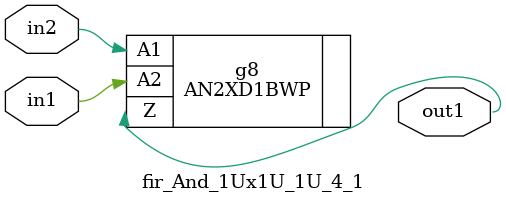
<source format=v>
`timescale 1ps / 1ps


module fir_And_1Ux1U_1U_4_1(in2, in1, out1);
  input in2, in1;
  output out1;
  wire in2, in1;
  wire out1;
  AN2XD1BWP g8(.A1 (in2), .A2 (in1), .Z (out1));
endmodule



</source>
